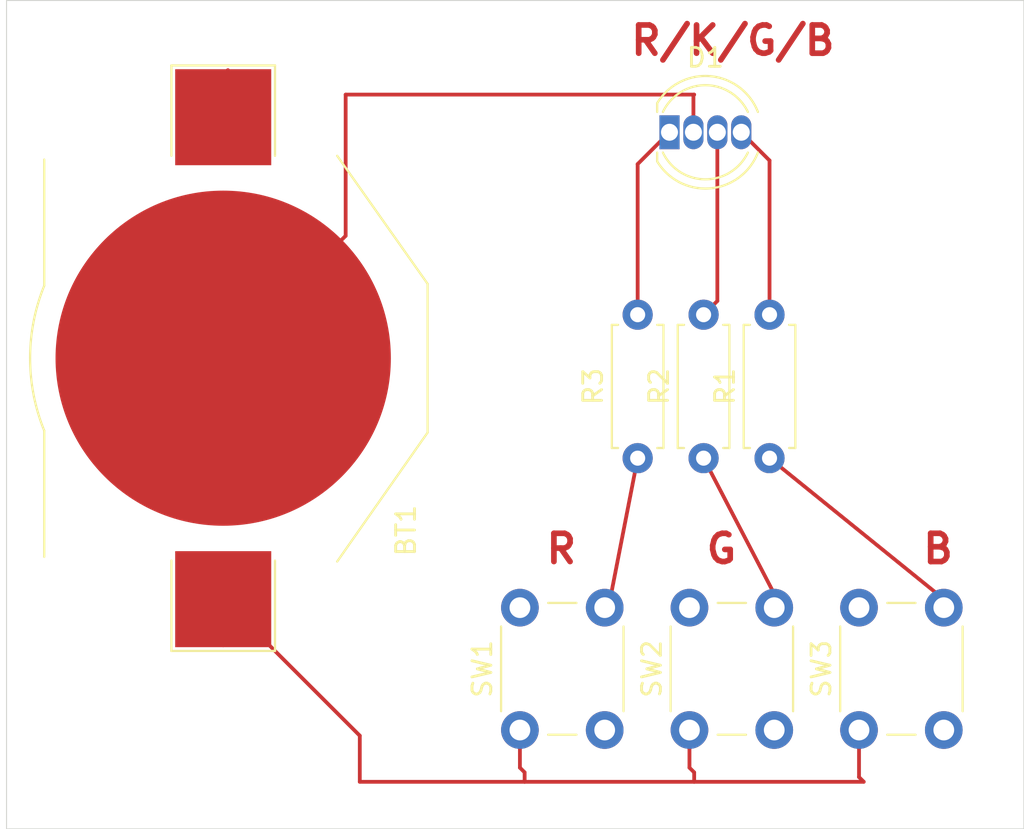
<source format=kicad_pcb>
(kicad_pcb (version 20240108) (generator "pcbnew") (generator_version "8.0")
  (layers (0 "F.Cu" signal) (31 "B.Cu" signal) (34 "B.Paste" user) (35 "F.Paste" user) (36 "B.SilkS" user "B.Silkscreen") (37 "F.SilkS" user "F.Silkscreen") (38 "B.Mask" user) (39 "F.Mask" user) (44 "Edge.Cuts" user))
  (net 0 "")
  (net 1 "Net-(BT1-+)")
  (net 2 "Net-(BT1--)")
  (net 3 "Net-(D1-GA)")
  (net 4 "Net-(D1-BA)")
  (net 5 "Net-(D1-RA)")
  (net 6 "Net-(SW3-K)")
  (net 7 "Net-(SW2-K)")
  (net 8 "Net-(SW1-K)")
  (footprint "Button_Switch_THT:SW_PUSH_6mm" (layer "F.Cu") (at 153.75 132.75 90)
    (property "Reference" "SW2" (at 3.25 -2 270) (layer "F.SilkS"))
    (property "Value" "SW_MEC_5E")
    (fp_line (start 5.5 -1) (end 1 -1) (stroke (width 0.12)) (layer "F.SilkS"))
    (fp_line (start -0.25 1.5) (end -0.25 3) (stroke (width 0.12)) (layer "F.SilkS"))
    (fp_line (start 6.75 3) (end 6.75 1.5) (stroke (width 0.12)) (layer "F.SilkS"))
    (fp_line (start 1 5.5) (end 5.5 5.5) (stroke (width 0.12)) (layer "F.SilkS"))
    (pad "1" thru_hole circle (at 0 0 180) (size 2 2) (drill 1.1) (layers "*.Cu" "*.Mask") (net 1 "Net-(BT1-+)"))
    (pad "1" thru_hole circle (at 6.5 0 180) (size 2 2) (drill 1.1) (layers "*.Cu" "*.Mask") (net 1 "Net-(BT1-+)"))
    (pad "2" thru_hole circle (at 0 4.5 180) (size 2 2) (drill 1.1) (layers "*.Cu" "*.Mask"))
    (pad "2" thru_hole circle (at 6.5 4.5 180) (size 2 2) (drill 1.1) (layers "*.Cu" "*.Mask"))
  )
  (footprint "Resistor_THT:R_Axial_DIN0207_L6.3mm_D2.5mm_P7.62mm_Horizontal" (layer "F.Cu") (at 158 118.31 90)
    (property "Reference" "R1" (at 3.81 -2.37 90) (layer "F.SilkS"))
    (property "Value" "100")
    (fp_line (start 7.08 -1.37) (end 7.08 -1.04) (stroke (width 0.12)) (layer "F.SilkS"))
    (fp_line (start 0.54 -1.37) (end 7.08 -1.37) (stroke (width 0.12)) (layer "F.SilkS"))
    (fp_line (start 0.54 -1.04) (end 0.54 -1.37) (stroke (width 0.12)) (layer "F.SilkS"))
    (fp_line (start 0.54 1.04) (end 0.54 1.37) (stroke (width 0.12)) (layer "F.SilkS"))
    (fp_line (start 7.08 1.37) (end 7.08 1.04) (stroke (width 0.12)) (layer "F.SilkS"))
    (fp_line (start 0.54 1.37) (end 7.08 1.37) (stroke (width 0.12)) (layer "F.SilkS"))
    (pad "1" thru_hole circle (at 0 0 90) (size 1.6 1.6) (drill 0.8) (layers "*.Cu" "*.Mask") (net 6 "Net-(SW3-K)"))
    (pad "2" thru_hole oval (at 7.62 0 90) (size 1.6 1.6) (drill 0.8) (layers "*.Cu" "*.Mask") (net 4 "Net-(D1-BA)"))
  )
  (footprint "Button_Switch_THT:SW_PUSH_6mm" (layer "F.Cu") (at 144.75 132.75 90)
    (property "Reference" "SW1" (at 3.25 -2 270) (layer "F.SilkS"))
    (property "Value" "SW_MEC_5E")
    (fp_line (start 5.5 -1) (end 1 -1) (stroke (width 0.12)) (layer "F.SilkS"))
    (fp_line (start -0.25 1.5) (end -0.25 3) (stroke (width 0.12)) (layer "F.SilkS"))
    (fp_line (start 6.75 3) (end 6.75 1.5) (stroke (width 0.12)) (layer "F.SilkS"))
    (fp_line (start 1 5.5) (end 5.5 5.5) (stroke (width 0.12)) (layer "F.SilkS"))
    (pad "1" thru_hole circle (at 0 0 180) (size 2 2) (drill 1.1) (layers "*.Cu" "*.Mask") (net 1 "Net-(BT1-+)"))
    (pad "1" thru_hole circle (at 6.5 0 180) (size 2 2) (drill 1.1) (layers "*.Cu" "*.Mask") (net 1 "Net-(BT1-+)"))
    (pad "2" thru_hole circle (at 0 4.5 180) (size 2 2) (drill 1.1) (layers "*.Cu" "*.Mask"))
    (pad "2" thru_hole circle (at 6.5 4.5 180) (size 2 2) (drill 1.1) (layers "*.Cu" "*.Mask"))
  )
  (footprint "Resistor_THT:R_Axial_DIN0207_L6.3mm_D2.5mm_P7.62mm_Horizontal" (layer "F.Cu") (at 154.5 118.31 90)
    (property "Reference" "R2" (at 3.81 -2.37 90) (layer "F.SilkS"))
    (property "Value" "100")
    (fp_line (start 7.08 -1.37) (end 7.08 -1.04) (stroke (width 0.12)) (layer "F.SilkS"))
    (fp_line (start 0.54 -1.37) (end 7.08 -1.37) (stroke (width 0.12)) (layer "F.SilkS"))
    (fp_line (start 0.54 -1.04) (end 0.54 -1.37) (stroke (width 0.12)) (layer "F.SilkS"))
    (fp_line (start 0.54 1.04) (end 0.54 1.37) (stroke (width 0.12)) (layer "F.SilkS"))
    (fp_line (start 7.08 1.37) (end 7.08 1.04) (stroke (width 0.12)) (layer "F.SilkS"))
    (fp_line (start 0.54 1.37) (end 7.08 1.37) (stroke (width 0.12)) (layer "F.SilkS"))
    (pad "1" thru_hole circle (at 0 0 90) (size 1.6 1.6) (drill 0.8) (layers "*.Cu" "*.Mask") (net 7 "Net-(SW2-K)"))
    (pad "2" thru_hole oval (at 7.62 0 90) (size 1.6 1.6) (drill 0.8) (layers "*.Cu" "*.Mask") (net 3 "Net-(D1-GA)"))
  )
  (footprint "LED_THT:LED_D5.0mm-4_RGB" (layer "F.Cu") (at 152.69 101)
    (property "Reference" "D1" (at 1.905 -3.96 0) (layer "F.SilkS"))
    (property "Value" "LED_RKGB")
    (fp_line (start -0.655 -1.545) (end -0.655 -1.08) (stroke (width 0.12)) (layer "F.SilkS"))
    (fp_line (start -0.655 1.08) (end -0.655 1.545) (stroke (width 0.12)) (layer "F.SilkS"))
    (fp_arc (start -0.655 -1.54483) (mid 2.163456 -2.978809) (end 4.692815 -1.080827) (stroke (width 0.12)) (layer "F.SilkS"))
    (fp_arc (start -0.349684 -1.08) (mid 1.904762 -2.5) (end 4.159479 -1.080429) (stroke (width 0.12)) (layer "F.SilkS"))
    (fp_arc (start 4.159479 1.080429) (mid 1.904762 2.5) (end -0.349684 1.08) (stroke (width 0.12)) (layer "F.SilkS"))
    (fp_arc (start 4.692815 1.080827) (mid 2.163456 2.978808) (end -0.655 1.54483) (stroke (width 0.12)) (layer "F.SilkS"))
    (pad "1" thru_hole rect (at 0 0) (size 1.07 1.8) (drill 0.9) (layers "*.Cu" "*.Mask") (net 5 "Net-(D1-RA)"))
    (pad "2" thru_hole oval (at 1.27 0) (size 1.07 1.8) (drill 0.9) (layers "*.Cu" "*.Mask") (net 2 "Net-(BT1--)"))
    (pad "3" thru_hole oval (at 2.54 0) (size 1.07 1.8) (drill 0.9) (layers "*.Cu" "*.Mask") (net 3 "Net-(D1-GA)"))
    (pad "4" thru_hole oval (at 3.81 0) (size 1.07 1.8) (drill 0.9) (layers "*.Cu" "*.Mask") (net 4 "Net-(D1-BA)"))
  )
  (footprint "Resistor_THT:R_Axial_DIN0207_L6.3mm_D2.5mm_P7.62mm_Horizontal" (layer "F.Cu") (at 151 118.31 90)
    (property "Reference" "R3" (at 3.81 -2.37 90) (layer "F.SilkS"))
    (property "Value" "100")
    (fp_line (start 7.08 -1.37) (end 7.08 -1.04) (stroke (width 0.12)) (layer "F.SilkS"))
    (fp_line (start 0.54 -1.37) (end 7.08 -1.37) (stroke (width 0.12)) (layer "F.SilkS"))
    (fp_line (start 0.54 -1.04) (end 0.54 -1.37) (stroke (width 0.12)) (layer "F.SilkS"))
    (fp_line (start 0.54 1.04) (end 0.54 1.37) (stroke (width 0.12)) (layer "F.SilkS"))
    (fp_line (start 7.08 1.37) (end 7.08 1.04) (stroke (width 0.12)) (layer "F.SilkS"))
    (fp_line (start 0.54 1.37) (end 7.08 1.37) (stroke (width 0.12)) (layer "F.SilkS"))
    (pad "1" thru_hole circle (at 0 0 90) (size 1.6 1.6) (drill 0.8) (layers "*.Cu" "*.Mask") (net 8 "Net-(SW1-K)"))
    (pad "2" thru_hole oval (at 7.62 0 90) (size 1.6 1.6) (drill 0.8) (layers "*.Cu" "*.Mask") (net 5 "Net-(D1-RA)"))
  )
  (footprint "Button_Switch_THT:SW_PUSH_6mm" (layer "F.Cu") (at 162.75 132.75 90)
    (property "Reference" "SW3" (at 3.25 -2 270) (layer "F.SilkS"))
    (property "Value" "SW_MEC_5E")
    (fp_line (start 5.5 -1) (end 1 -1) (stroke (width 0.12)) (layer "F.SilkS"))
    (fp_line (start -0.25 1.5) (end -0.25 3) (stroke (width 0.12)) (layer "F.SilkS"))
    (fp_line (start 6.75 3) (end 6.75 1.5) (stroke (width 0.12)) (layer "F.SilkS"))
    (fp_line (start 1 5.5) (end 5.5 5.5) (stroke (width 0.12)) (layer "F.SilkS"))
    (pad "1" thru_hole circle (at 0 0 180) (size 2 2) (drill 1.1) (layers "*.Cu" "*.Mask") (net 1 "Net-(BT1-+)"))
    (pad "1" thru_hole circle (at 6.5 0 180) (size 2 2) (drill 1.1) (layers "*.Cu" "*.Mask") (net 1 "Net-(BT1-+)"))
    (pad "2" thru_hole circle (at 0 4.5 180) (size 2 2) (drill 1.1) (layers "*.Cu" "*.Mask"))
    (pad "2" thru_hole circle (at 6.5 4.5 180) (size 2 2) (drill 1.1) (layers "*.Cu" "*.Mask"))
  )
  (footprint "Battery:BatteryHolder_Keystone_3002_1x2032" (layer "F.Cu") (at 129 113 90)
    (property "Reference" "BT1" (at -9.15 9.7 90) (layer "F.SilkS"))
    (property "Value" "Battery_Cell")
    (fp_line (start 10.55 -9.5) (end 3.85 -9.5) (stroke (width 0.12)) (layer "F.SilkS"))
    (fp_line (start -10.55 -9.5) (end -3.85 -9.5) (stroke (width 0.12)) (layer "F.SilkS"))
    (fp_line (start 15.55 -2.75) (end 10.75 -2.75) (stroke (width 0.12)) (layer "F.SilkS"))
    (fp_line (start -10.75 -2.75) (end -15.55 -2.75) (stroke (width 0.12)) (layer "F.SilkS"))
    (fp_line (start -15.55 -2.75) (end -15.55 2.75) (stroke (width 0.12)) (layer "F.SilkS"))
    (fp_line (start 15.55 2.75) (end 15.55 -2.75) (stroke (width 0.12)) (layer "F.SilkS"))
    (fp_line (start 10.75 2.75) (end 15.55 2.75) (stroke (width 0.12)) (layer "F.SilkS"))
    (fp_line (start -15.55 2.75) (end -10.75 2.75) (stroke (width 0.12)) (layer "F.SilkS"))
    (fp_line (start -10.8 6.05) (end -3.95 10.85) (stroke (width 0.12)) (layer "F.SilkS"))
    (fp_line (start 3.95 10.85) (end 10.75 6.05) (stroke (width 0.12)) (layer "F.SilkS"))
    (fp_line (start -3.95 10.85) (end 3.95 10.85) (stroke (width 0.12)) (layer "F.SilkS"))
    (fp_arc (start -3.846385 -9.501464) (mid 0.00195 -10.250487) (end 3.85 -9.5) (stroke (width 0.12)) (layer "F.SilkS"))
    (pad "1" smd rect (at -12.8 0 90) (size 5.1 5.1) (layers "F.Cu" "F.Paste" "F.Mask") (net 1 "Net-(BT1-+)"))
    (pad "1" smd rect (at 12.8 0 90) (size 5.1 5.1) (layers "F.Cu" "F.Paste" "F.Mask") (net 1 "Net-(BT1-+)"))
    (pad "2" smd circle (at 0 0 90) (size 17.8 17.8) (layers "F.Cu" "F.Mask") (net 2 "Net-(BT1--)"))
  )
  (gr_line (start 167.5 126) (end 158 118.31) (stroke (width 0.2)) (layer "F.Cu"))
  (gr_line (start 158.5 126) (end 154.5 118.31) (stroke (width 0.2)) (layer "F.Cu"))
  (gr_line (start 149.5 126) (end 151 118.31) (stroke (width 0.2)) (layer "F.Cu"))
  (gr_rect (start 117.5 94) (end 171.5 138) (stroke (width 0.05)) (fill none) (layer "Edge.Cuts"))
  (gr_text "B" (at 166 124 0) (layer "F.Cu") (effects (font (size 1.5 1.5) (thickness 0.3) (bold yes)) (justify left bottom)))
  (gr_text "R" (at 146 124 0) (layer "F.Cu") (effects (font (size 1.5 1.5) (thickness 0.3) (bold yes)) (justify left bottom)))
  (gr_text "G" (at 154.5 124 0) (layer "F.Cu") (effects (font (size 1.5 1.5) (thickness 0.3) (bold yes)) (justify left bottom)))
  (gr_text "R/K/G/B" (at 150.5 97 0) (layer "F.Cu") (effects (font (size 1.5 1.5) (thickness 0.3) (bold yes)) (justify left bottom)))
  (segment (start 154 135.5) (end 154 135) (width 0.2) (layer "F.Cu") (net 1))
  (segment (start 153.75 134.75) (end 153.75 132.75) (width 0.2) (layer "F.Cu") (net 1))
  (segment (start 129.25 97.7) (end 129.1 97.85) (width 0.2) (layer "F.Cu") (net 1))
  (segment (start 145 135.5) (end 154 135.5) (width 0.2) (layer "F.Cu") (net 1))
  (segment (start 162.75 135.25) (end 162.75 132.75) (width 0.2) (layer "F.Cu") (net 1))
  (segment (start 128.9 128.15) (end 129 128.25) (width 0.2) (layer "F.Cu") (net 1))
  (segment (start 144.75 134.75) (end 144.75 132.75) (width 0.2) (layer "F.Cu") (net 1))
  (segment (start 129 128.25) (end 129 124.905) (width 0.2) (layer "F.Cu") (net 1))
  (segment (start 154 135.5) (end 163 135.5) (width 0.2) (layer "F.Cu") (net 1))
  (segment (start 163 135.5) (end 162.75 135.25) (width 0.2) (layer "F.Cu") (net 1))
  (segment (start 145 135.5) (end 145 135) (width 0.2) (layer "F.Cu") (net 1))
  (segment (start 136.25 135.5) (end 145 135.5) (width 0.2) (layer "F.Cu") (net 1))
  (segment (start 145 135) (end 144.75 134.75) (width 0.2) (layer "F.Cu") (net 1))
  (segment (start 136.25 133.05) (end 129 125.8) (width 0.2) (layer "F.Cu") (net 1))
  (segment (start 136.25 135.5) (end 136.25 133.05) (width 0.2) (layer "F.Cu") (net 1))
  (segment (start 154 135) (end 153.75 134.75) (width 0.2) (layer "F.Cu") (net 1))
  (segment (start 135.5 106.5) (end 129 113) (width 0.2) (layer "F.Cu") (net 2))
  (segment (start 153.96 101) (end 153.96 99.04) (width 0.2) (layer "F.Cu") (net 2))
  (segment (start 153.96 99.04) (end 154 99) (width 0.2) (layer "F.Cu") (net 2))
  (segment (start 154 99) (end 135.5 99) (width 0.2) (layer "F.Cu") (net 2))
  (segment (start 135.5 99) (end 135.5 106.5) (width 0.2) (layer "F.Cu") (net 2))
  (segment (start 154.5 110.69) (end 155.23 109.96) (width 0.2) (layer "F.Cu") (net 3))
  (segment (start 155.23 109.96) (end 155.23 101) (width 0.2) (layer "F.Cu") (net 3))
  (segment (start 158 102.5) (end 156.5 101) (width 0.2) (layer "F.Cu") (net 4))
  (segment (start 158 110.69) (end 158 102.5) (width 0.2) (layer "F.Cu") (net 4))
  (segment (start 151 102.69) (end 152.69 101) (width 0.2) (layer "F.Cu") (net 5))
  (segment (start 151 110.69) (end 151 102.69) (width 0.2) (layer "F.Cu") (net 5))
)
</source>
